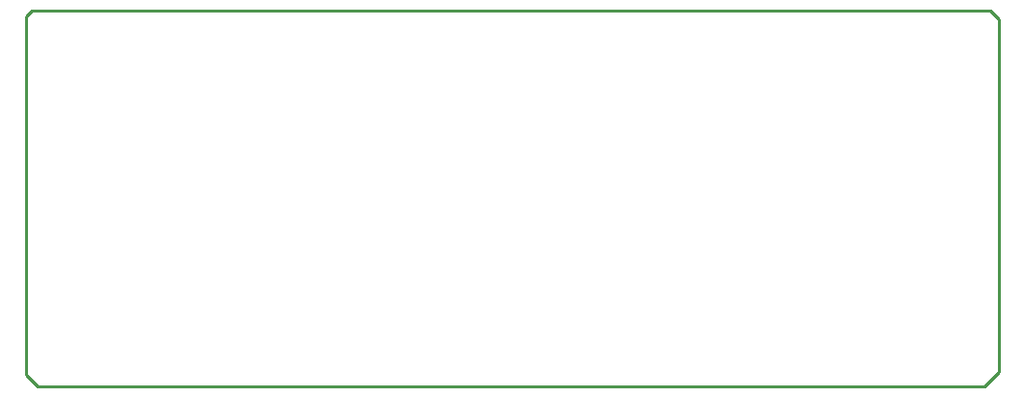
<source format=gko>
G04 Layer_Color=16711935*
%FSLAX25Y25*%
%MOIN*%
G70*
G01*
G75*
%ADD23C,0.01000*%
D23*
X561000Y197000D02*
Y319000D01*
X556000Y192000D02*
X561000Y197000D01*
X229000Y192000D02*
X556000D01*
X558000Y322000D02*
X561000Y319000D01*
X227000Y322000D02*
X558000D01*
X225000Y196000D02*
Y320000D01*
Y196000D02*
X229000Y192000D01*
X225000Y320000D02*
X227000Y322000D01*
M02*

</source>
